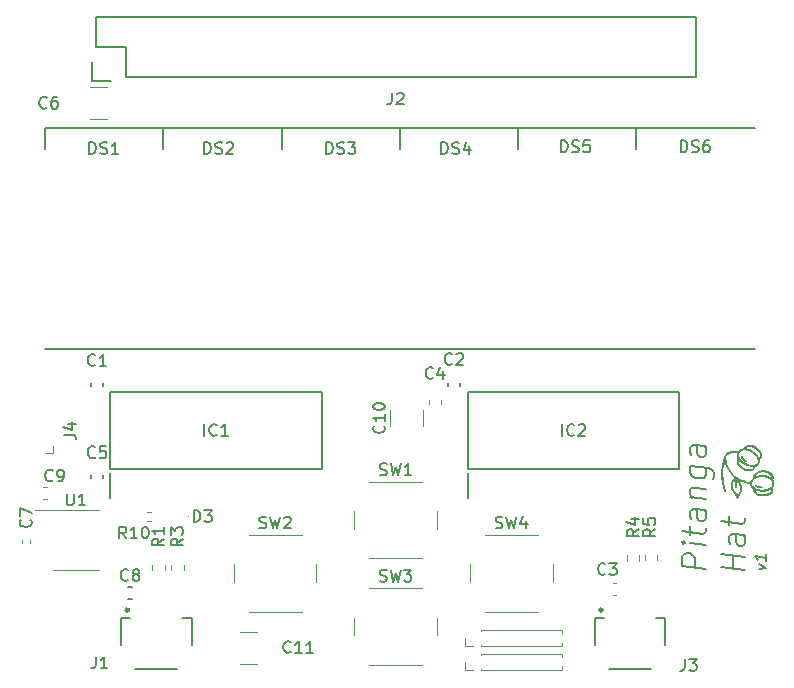
<source format=gto>
%TF.GenerationSoftware,KiCad,Pcbnew,7.0.8*%
%TF.CreationDate,2023-10-10T13:20:09+03:00*%
%TF.ProjectId,ltp_kikad,6c74705f-6b69-46b6-9164-2e6b69636164,rev?*%
%TF.SameCoordinates,Original*%
%TF.FileFunction,Legend,Top*%
%TF.FilePolarity,Positive*%
%FSLAX46Y46*%
G04 Gerber Fmt 4.6, Leading zero omitted, Abs format (unit mm)*
G04 Created by KiCad (PCBNEW 7.0.8) date 2023-10-10 13:20:09*
%MOMM*%
%LPD*%
G01*
G04 APERTURE LIST*
%ADD10C,0.150000*%
%ADD11C,0.120000*%
%ADD12C,0.127000*%
%ADD13C,0.300000*%
%ADD14C,0.100000*%
G04 APERTURE END LIST*
D10*
X177734438Y-100737030D02*
X175734438Y-100487030D01*
X175734438Y-100487030D02*
X175734438Y-99725125D01*
X175734438Y-99725125D02*
X175829676Y-99546554D01*
X175829676Y-99546554D02*
X175924914Y-99463220D01*
X175924914Y-99463220D02*
X176115390Y-99391792D01*
X176115390Y-99391792D02*
X176401104Y-99427506D01*
X176401104Y-99427506D02*
X176591580Y-99546554D01*
X176591580Y-99546554D02*
X176686819Y-99653696D01*
X176686819Y-99653696D02*
X176782057Y-99856077D01*
X176782057Y-99856077D02*
X176782057Y-100617982D01*
X177734438Y-98737030D02*
X176401104Y-98570363D01*
X175734438Y-98487030D02*
X175829676Y-98594173D01*
X175829676Y-98594173D02*
X175924914Y-98510839D01*
X175924914Y-98510839D02*
X175829676Y-98403696D01*
X175829676Y-98403696D02*
X175734438Y-98487030D01*
X175734438Y-98487030D02*
X175924914Y-98510839D01*
X176401104Y-97903696D02*
X176401104Y-97141792D01*
X175734438Y-97534649D02*
X177448723Y-97748935D01*
X177448723Y-97748935D02*
X177639200Y-97677506D01*
X177639200Y-97677506D02*
X177734438Y-97498935D01*
X177734438Y-97498935D02*
X177734438Y-97308458D01*
X177734438Y-95784649D02*
X176686819Y-95653697D01*
X176686819Y-95653697D02*
X176496342Y-95725125D01*
X176496342Y-95725125D02*
X176401104Y-95903697D01*
X176401104Y-95903697D02*
X176401104Y-96284649D01*
X176401104Y-96284649D02*
X176496342Y-96487030D01*
X177639200Y-95772744D02*
X177734438Y-95975125D01*
X177734438Y-95975125D02*
X177734438Y-96451316D01*
X177734438Y-96451316D02*
X177639200Y-96629887D01*
X177639200Y-96629887D02*
X177448723Y-96701316D01*
X177448723Y-96701316D02*
X177258247Y-96677506D01*
X177258247Y-96677506D02*
X177067771Y-96558458D01*
X177067771Y-96558458D02*
X176972533Y-96356078D01*
X176972533Y-96356078D02*
X176972533Y-95879887D01*
X176972533Y-95879887D02*
X176877295Y-95677506D01*
X176401104Y-94665601D02*
X177734438Y-94832268D01*
X176591580Y-94689411D02*
X176496342Y-94582268D01*
X176496342Y-94582268D02*
X176401104Y-94379887D01*
X176401104Y-94379887D02*
X176401104Y-94094173D01*
X176401104Y-94094173D02*
X176496342Y-93915601D01*
X176496342Y-93915601D02*
X176686819Y-93844173D01*
X176686819Y-93844173D02*
X177734438Y-93975125D01*
X176401104Y-91998934D02*
X178020152Y-92201315D01*
X178020152Y-92201315D02*
X178210628Y-92320363D01*
X178210628Y-92320363D02*
X178305866Y-92427506D01*
X178305866Y-92427506D02*
X178401104Y-92629887D01*
X178401104Y-92629887D02*
X178401104Y-92915601D01*
X178401104Y-92915601D02*
X178305866Y-93094172D01*
X177639200Y-92153696D02*
X177734438Y-92356077D01*
X177734438Y-92356077D02*
X177734438Y-92737030D01*
X177734438Y-92737030D02*
X177639200Y-92915601D01*
X177639200Y-92915601D02*
X177543961Y-92998934D01*
X177543961Y-92998934D02*
X177353485Y-93070363D01*
X177353485Y-93070363D02*
X176782057Y-92998934D01*
X176782057Y-92998934D02*
X176591580Y-92879887D01*
X176591580Y-92879887D02*
X176496342Y-92772744D01*
X176496342Y-92772744D02*
X176401104Y-92570363D01*
X176401104Y-92570363D02*
X176401104Y-92189410D01*
X176401104Y-92189410D02*
X176496342Y-92010839D01*
X177734438Y-90356077D02*
X176686819Y-90225125D01*
X176686819Y-90225125D02*
X176496342Y-90296553D01*
X176496342Y-90296553D02*
X176401104Y-90475125D01*
X176401104Y-90475125D02*
X176401104Y-90856077D01*
X176401104Y-90856077D02*
X176496342Y-91058458D01*
X177639200Y-90344172D02*
X177734438Y-90546553D01*
X177734438Y-90546553D02*
X177734438Y-91022744D01*
X177734438Y-91022744D02*
X177639200Y-91201315D01*
X177639200Y-91201315D02*
X177448723Y-91272744D01*
X177448723Y-91272744D02*
X177258247Y-91248934D01*
X177258247Y-91248934D02*
X177067771Y-91129886D01*
X177067771Y-91129886D02*
X176972533Y-90927506D01*
X176972533Y-90927506D02*
X176972533Y-90451315D01*
X176972533Y-90451315D02*
X176877295Y-90248934D01*
X181034438Y-100837030D02*
X179034438Y-100587030D01*
X179986819Y-100706077D02*
X179986819Y-99563220D01*
X181034438Y-99694173D02*
X179034438Y-99444173D01*
X181034438Y-97884649D02*
X179986819Y-97753697D01*
X179986819Y-97753697D02*
X179796342Y-97825125D01*
X179796342Y-97825125D02*
X179701104Y-98003697D01*
X179701104Y-98003697D02*
X179701104Y-98384649D01*
X179701104Y-98384649D02*
X179796342Y-98587030D01*
X180939200Y-97872744D02*
X181034438Y-98075125D01*
X181034438Y-98075125D02*
X181034438Y-98551316D01*
X181034438Y-98551316D02*
X180939200Y-98729887D01*
X180939200Y-98729887D02*
X180748723Y-98801316D01*
X180748723Y-98801316D02*
X180558247Y-98777506D01*
X180558247Y-98777506D02*
X180367771Y-98658458D01*
X180367771Y-98658458D02*
X180272533Y-98456078D01*
X180272533Y-98456078D02*
X180272533Y-97979887D01*
X180272533Y-97979887D02*
X180177295Y-97777506D01*
X179701104Y-97051315D02*
X179701104Y-96289411D01*
X179034438Y-96682268D02*
X180748723Y-96896554D01*
X180748723Y-96896554D02*
X180939200Y-96825125D01*
X180939200Y-96825125D02*
X181034438Y-96646554D01*
X181034438Y-96646554D02*
X181034438Y-96456077D01*
X182190152Y-100781077D02*
X182856819Y-100626316D01*
X182856819Y-100626316D02*
X182190152Y-100304887D01*
X182856819Y-99483458D02*
X182856819Y-100054887D01*
X182856819Y-99769172D02*
X181856819Y-99644172D01*
X181856819Y-99644172D02*
X181999676Y-99757268D01*
X181999676Y-99757268D02*
X182094914Y-99864411D01*
X182094914Y-99864411D02*
X182142533Y-99965601D01*
X175581814Y-65453819D02*
X175581814Y-64453819D01*
X175581814Y-64453819D02*
X175819909Y-64453819D01*
X175819909Y-64453819D02*
X175962766Y-64501438D01*
X175962766Y-64501438D02*
X176058004Y-64596676D01*
X176058004Y-64596676D02*
X176105623Y-64691914D01*
X176105623Y-64691914D02*
X176153242Y-64882390D01*
X176153242Y-64882390D02*
X176153242Y-65025247D01*
X176153242Y-65025247D02*
X176105623Y-65215723D01*
X176105623Y-65215723D02*
X176058004Y-65310961D01*
X176058004Y-65310961D02*
X175962766Y-65406200D01*
X175962766Y-65406200D02*
X175819909Y-65453819D01*
X175819909Y-65453819D02*
X175581814Y-65453819D01*
X176534195Y-65406200D02*
X176677052Y-65453819D01*
X176677052Y-65453819D02*
X176915147Y-65453819D01*
X176915147Y-65453819D02*
X177010385Y-65406200D01*
X177010385Y-65406200D02*
X177058004Y-65358580D01*
X177058004Y-65358580D02*
X177105623Y-65263342D01*
X177105623Y-65263342D02*
X177105623Y-65168104D01*
X177105623Y-65168104D02*
X177058004Y-65072866D01*
X177058004Y-65072866D02*
X177010385Y-65025247D01*
X177010385Y-65025247D02*
X176915147Y-64977628D01*
X176915147Y-64977628D02*
X176724671Y-64930009D01*
X176724671Y-64930009D02*
X176629433Y-64882390D01*
X176629433Y-64882390D02*
X176581814Y-64834771D01*
X176581814Y-64834771D02*
X176534195Y-64739533D01*
X176534195Y-64739533D02*
X176534195Y-64644295D01*
X176534195Y-64644295D02*
X176581814Y-64549057D01*
X176581814Y-64549057D02*
X176629433Y-64501438D01*
X176629433Y-64501438D02*
X176724671Y-64453819D01*
X176724671Y-64453819D02*
X176962766Y-64453819D01*
X176962766Y-64453819D02*
X177105623Y-64501438D01*
X177962766Y-64453819D02*
X177772290Y-64453819D01*
X177772290Y-64453819D02*
X177677052Y-64501438D01*
X177677052Y-64501438D02*
X177629433Y-64549057D01*
X177629433Y-64549057D02*
X177534195Y-64691914D01*
X177534195Y-64691914D02*
X177486576Y-64882390D01*
X177486576Y-64882390D02*
X177486576Y-65263342D01*
X177486576Y-65263342D02*
X177534195Y-65358580D01*
X177534195Y-65358580D02*
X177581814Y-65406200D01*
X177581814Y-65406200D02*
X177677052Y-65453819D01*
X177677052Y-65453819D02*
X177867528Y-65453819D01*
X177867528Y-65453819D02*
X177962766Y-65406200D01*
X177962766Y-65406200D02*
X178010385Y-65358580D01*
X178010385Y-65358580D02*
X178058004Y-65263342D01*
X178058004Y-65263342D02*
X178058004Y-65025247D01*
X178058004Y-65025247D02*
X178010385Y-64930009D01*
X178010385Y-64930009D02*
X177962766Y-64882390D01*
X177962766Y-64882390D02*
X177867528Y-64834771D01*
X177867528Y-64834771D02*
X177677052Y-64834771D01*
X177677052Y-64834771D02*
X177581814Y-64882390D01*
X177581814Y-64882390D02*
X177534195Y-64930009D01*
X177534195Y-64930009D02*
X177486576Y-65025247D01*
X145585814Y-65604419D02*
X145585814Y-64604419D01*
X145585814Y-64604419D02*
X145823909Y-64604419D01*
X145823909Y-64604419D02*
X145966766Y-64652038D01*
X145966766Y-64652038D02*
X146062004Y-64747276D01*
X146062004Y-64747276D02*
X146109623Y-64842514D01*
X146109623Y-64842514D02*
X146157242Y-65032990D01*
X146157242Y-65032990D02*
X146157242Y-65175847D01*
X146157242Y-65175847D02*
X146109623Y-65366323D01*
X146109623Y-65366323D02*
X146062004Y-65461561D01*
X146062004Y-65461561D02*
X145966766Y-65556800D01*
X145966766Y-65556800D02*
X145823909Y-65604419D01*
X145823909Y-65604419D02*
X145585814Y-65604419D01*
X146538195Y-65556800D02*
X146681052Y-65604419D01*
X146681052Y-65604419D02*
X146919147Y-65604419D01*
X146919147Y-65604419D02*
X147014385Y-65556800D01*
X147014385Y-65556800D02*
X147062004Y-65509180D01*
X147062004Y-65509180D02*
X147109623Y-65413942D01*
X147109623Y-65413942D02*
X147109623Y-65318704D01*
X147109623Y-65318704D02*
X147062004Y-65223466D01*
X147062004Y-65223466D02*
X147014385Y-65175847D01*
X147014385Y-65175847D02*
X146919147Y-65128228D01*
X146919147Y-65128228D02*
X146728671Y-65080609D01*
X146728671Y-65080609D02*
X146633433Y-65032990D01*
X146633433Y-65032990D02*
X146585814Y-64985371D01*
X146585814Y-64985371D02*
X146538195Y-64890133D01*
X146538195Y-64890133D02*
X146538195Y-64794895D01*
X146538195Y-64794895D02*
X146585814Y-64699657D01*
X146585814Y-64699657D02*
X146633433Y-64652038D01*
X146633433Y-64652038D02*
X146728671Y-64604419D01*
X146728671Y-64604419D02*
X146966766Y-64604419D01*
X146966766Y-64604419D02*
X147109623Y-64652038D01*
X147442957Y-64604419D02*
X148062004Y-64604419D01*
X148062004Y-64604419D02*
X147728671Y-64985371D01*
X147728671Y-64985371D02*
X147871528Y-64985371D01*
X147871528Y-64985371D02*
X147966766Y-65032990D01*
X147966766Y-65032990D02*
X148014385Y-65080609D01*
X148014385Y-65080609D02*
X148062004Y-65175847D01*
X148062004Y-65175847D02*
X148062004Y-65413942D01*
X148062004Y-65413942D02*
X148014385Y-65509180D01*
X148014385Y-65509180D02*
X147966766Y-65556800D01*
X147966766Y-65556800D02*
X147871528Y-65604419D01*
X147871528Y-65604419D02*
X147585814Y-65604419D01*
X147585814Y-65604419D02*
X147490576Y-65556800D01*
X147490576Y-65556800D02*
X147442957Y-65509180D01*
X169220333Y-101159580D02*
X169172714Y-101207200D01*
X169172714Y-101207200D02*
X169029857Y-101254819D01*
X169029857Y-101254819D02*
X168934619Y-101254819D01*
X168934619Y-101254819D02*
X168791762Y-101207200D01*
X168791762Y-101207200D02*
X168696524Y-101111961D01*
X168696524Y-101111961D02*
X168648905Y-101016723D01*
X168648905Y-101016723D02*
X168601286Y-100826247D01*
X168601286Y-100826247D02*
X168601286Y-100683390D01*
X168601286Y-100683390D02*
X168648905Y-100492914D01*
X168648905Y-100492914D02*
X168696524Y-100397676D01*
X168696524Y-100397676D02*
X168791762Y-100302438D01*
X168791762Y-100302438D02*
X168934619Y-100254819D01*
X168934619Y-100254819D02*
X169029857Y-100254819D01*
X169029857Y-100254819D02*
X169172714Y-100302438D01*
X169172714Y-100302438D02*
X169220333Y-100350057D01*
X169553667Y-100254819D02*
X170172714Y-100254819D01*
X170172714Y-100254819D02*
X169839381Y-100635771D01*
X169839381Y-100635771D02*
X169982238Y-100635771D01*
X169982238Y-100635771D02*
X170077476Y-100683390D01*
X170077476Y-100683390D02*
X170125095Y-100731009D01*
X170125095Y-100731009D02*
X170172714Y-100826247D01*
X170172714Y-100826247D02*
X170172714Y-101064342D01*
X170172714Y-101064342D02*
X170125095Y-101159580D01*
X170125095Y-101159580D02*
X170077476Y-101207200D01*
X170077476Y-101207200D02*
X169982238Y-101254819D01*
X169982238Y-101254819D02*
X169696524Y-101254819D01*
X169696524Y-101254819D02*
X169601286Y-101207200D01*
X169601286Y-101207200D02*
X169553667Y-101159580D01*
X126053666Y-108154819D02*
X126053666Y-108869104D01*
X126053666Y-108869104D02*
X126006047Y-109011961D01*
X126006047Y-109011961D02*
X125910809Y-109107200D01*
X125910809Y-109107200D02*
X125767952Y-109154819D01*
X125767952Y-109154819D02*
X125672714Y-109154819D01*
X127053666Y-109154819D02*
X126482238Y-109154819D01*
X126767952Y-109154819D02*
X126767952Y-108154819D01*
X126767952Y-108154819D02*
X126672714Y-108297676D01*
X126672714Y-108297676D02*
X126577476Y-108392914D01*
X126577476Y-108392914D02*
X126482238Y-108440533D01*
X131841819Y-98166666D02*
X131365628Y-98499999D01*
X131841819Y-98738094D02*
X130841819Y-98738094D01*
X130841819Y-98738094D02*
X130841819Y-98357142D01*
X130841819Y-98357142D02*
X130889438Y-98261904D01*
X130889438Y-98261904D02*
X130937057Y-98214285D01*
X130937057Y-98214285D02*
X131032295Y-98166666D01*
X131032295Y-98166666D02*
X131175152Y-98166666D01*
X131175152Y-98166666D02*
X131270390Y-98214285D01*
X131270390Y-98214285D02*
X131318009Y-98261904D01*
X131318009Y-98261904D02*
X131365628Y-98357142D01*
X131365628Y-98357142D02*
X131365628Y-98738094D01*
X131841819Y-97214285D02*
X131841819Y-97785713D01*
X131841819Y-97499999D02*
X130841819Y-97499999D01*
X130841819Y-97499999D02*
X130984676Y-97595237D01*
X130984676Y-97595237D02*
X131079914Y-97690475D01*
X131079914Y-97690475D02*
X131127533Y-97785713D01*
X172041819Y-97366666D02*
X171565628Y-97699999D01*
X172041819Y-97938094D02*
X171041819Y-97938094D01*
X171041819Y-97938094D02*
X171041819Y-97557142D01*
X171041819Y-97557142D02*
X171089438Y-97461904D01*
X171089438Y-97461904D02*
X171137057Y-97414285D01*
X171137057Y-97414285D02*
X171232295Y-97366666D01*
X171232295Y-97366666D02*
X171375152Y-97366666D01*
X171375152Y-97366666D02*
X171470390Y-97414285D01*
X171470390Y-97414285D02*
X171518009Y-97461904D01*
X171518009Y-97461904D02*
X171565628Y-97557142D01*
X171565628Y-97557142D02*
X171565628Y-97938094D01*
X171375152Y-96509523D02*
X172041819Y-96509523D01*
X170994200Y-96747618D02*
X171708485Y-96985713D01*
X171708485Y-96985713D02*
X171708485Y-96366666D01*
X126020333Y-91259580D02*
X125972714Y-91307200D01*
X125972714Y-91307200D02*
X125829857Y-91354819D01*
X125829857Y-91354819D02*
X125734619Y-91354819D01*
X125734619Y-91354819D02*
X125591762Y-91307200D01*
X125591762Y-91307200D02*
X125496524Y-91211961D01*
X125496524Y-91211961D02*
X125448905Y-91116723D01*
X125448905Y-91116723D02*
X125401286Y-90926247D01*
X125401286Y-90926247D02*
X125401286Y-90783390D01*
X125401286Y-90783390D02*
X125448905Y-90592914D01*
X125448905Y-90592914D02*
X125496524Y-90497676D01*
X125496524Y-90497676D02*
X125591762Y-90402438D01*
X125591762Y-90402438D02*
X125734619Y-90354819D01*
X125734619Y-90354819D02*
X125829857Y-90354819D01*
X125829857Y-90354819D02*
X125972714Y-90402438D01*
X125972714Y-90402438D02*
X126020333Y-90450057D01*
X126925095Y-90354819D02*
X126448905Y-90354819D01*
X126448905Y-90354819D02*
X126401286Y-90831009D01*
X126401286Y-90831009D02*
X126448905Y-90783390D01*
X126448905Y-90783390D02*
X126544143Y-90735771D01*
X126544143Y-90735771D02*
X126782238Y-90735771D01*
X126782238Y-90735771D02*
X126877476Y-90783390D01*
X126877476Y-90783390D02*
X126925095Y-90831009D01*
X126925095Y-90831009D02*
X126972714Y-90926247D01*
X126972714Y-90926247D02*
X126972714Y-91164342D01*
X126972714Y-91164342D02*
X126925095Y-91259580D01*
X126925095Y-91259580D02*
X126877476Y-91307200D01*
X126877476Y-91307200D02*
X126782238Y-91354819D01*
X126782238Y-91354819D02*
X126544143Y-91354819D01*
X126544143Y-91354819D02*
X126448905Y-91307200D01*
X126448905Y-91307200D02*
X126401286Y-91259580D01*
X128644142Y-98154819D02*
X128310809Y-97678628D01*
X128072714Y-98154819D02*
X128072714Y-97154819D01*
X128072714Y-97154819D02*
X128453666Y-97154819D01*
X128453666Y-97154819D02*
X128548904Y-97202438D01*
X128548904Y-97202438D02*
X128596523Y-97250057D01*
X128596523Y-97250057D02*
X128644142Y-97345295D01*
X128644142Y-97345295D02*
X128644142Y-97488152D01*
X128644142Y-97488152D02*
X128596523Y-97583390D01*
X128596523Y-97583390D02*
X128548904Y-97631009D01*
X128548904Y-97631009D02*
X128453666Y-97678628D01*
X128453666Y-97678628D02*
X128072714Y-97678628D01*
X129596523Y-98154819D02*
X129025095Y-98154819D01*
X129310809Y-98154819D02*
X129310809Y-97154819D01*
X129310809Y-97154819D02*
X129215571Y-97297676D01*
X129215571Y-97297676D02*
X129120333Y-97392914D01*
X129120333Y-97392914D02*
X129025095Y-97440533D01*
X130215571Y-97154819D02*
X130310809Y-97154819D01*
X130310809Y-97154819D02*
X130406047Y-97202438D01*
X130406047Y-97202438D02*
X130453666Y-97250057D01*
X130453666Y-97250057D02*
X130501285Y-97345295D01*
X130501285Y-97345295D02*
X130548904Y-97535771D01*
X130548904Y-97535771D02*
X130548904Y-97773866D01*
X130548904Y-97773866D02*
X130501285Y-97964342D01*
X130501285Y-97964342D02*
X130453666Y-98059580D01*
X130453666Y-98059580D02*
X130406047Y-98107200D01*
X130406047Y-98107200D02*
X130310809Y-98154819D01*
X130310809Y-98154819D02*
X130215571Y-98154819D01*
X130215571Y-98154819D02*
X130120333Y-98107200D01*
X130120333Y-98107200D02*
X130072714Y-98059580D01*
X130072714Y-98059580D02*
X130025095Y-97964342D01*
X130025095Y-97964342D02*
X129977476Y-97773866D01*
X129977476Y-97773866D02*
X129977476Y-97535771D01*
X129977476Y-97535771D02*
X130025095Y-97345295D01*
X130025095Y-97345295D02*
X130072714Y-97250057D01*
X130072714Y-97250057D02*
X130120333Y-97202438D01*
X130120333Y-97202438D02*
X130215571Y-97154819D01*
X135267710Y-89466419D02*
X135267710Y-88466419D01*
X136315328Y-89371180D02*
X136267709Y-89418800D01*
X136267709Y-89418800D02*
X136124852Y-89466419D01*
X136124852Y-89466419D02*
X136029614Y-89466419D01*
X136029614Y-89466419D02*
X135886757Y-89418800D01*
X135886757Y-89418800D02*
X135791519Y-89323561D01*
X135791519Y-89323561D02*
X135743900Y-89228323D01*
X135743900Y-89228323D02*
X135696281Y-89037847D01*
X135696281Y-89037847D02*
X135696281Y-88894990D01*
X135696281Y-88894990D02*
X135743900Y-88704514D01*
X135743900Y-88704514D02*
X135791519Y-88609276D01*
X135791519Y-88609276D02*
X135886757Y-88514038D01*
X135886757Y-88514038D02*
X136029614Y-88466419D01*
X136029614Y-88466419D02*
X136124852Y-88466419D01*
X136124852Y-88466419D02*
X136267709Y-88514038D01*
X136267709Y-88514038D02*
X136315328Y-88561657D01*
X137267709Y-89466419D02*
X136696281Y-89466419D01*
X136981995Y-89466419D02*
X136981995Y-88466419D01*
X136981995Y-88466419D02*
X136886757Y-88609276D01*
X136886757Y-88609276D02*
X136791519Y-88704514D01*
X136791519Y-88704514D02*
X136696281Y-88752133D01*
X156220333Y-83359580D02*
X156172714Y-83407200D01*
X156172714Y-83407200D02*
X156029857Y-83454819D01*
X156029857Y-83454819D02*
X155934619Y-83454819D01*
X155934619Y-83454819D02*
X155791762Y-83407200D01*
X155791762Y-83407200D02*
X155696524Y-83311961D01*
X155696524Y-83311961D02*
X155648905Y-83216723D01*
X155648905Y-83216723D02*
X155601286Y-83026247D01*
X155601286Y-83026247D02*
X155601286Y-82883390D01*
X155601286Y-82883390D02*
X155648905Y-82692914D01*
X155648905Y-82692914D02*
X155696524Y-82597676D01*
X155696524Y-82597676D02*
X155791762Y-82502438D01*
X155791762Y-82502438D02*
X155934619Y-82454819D01*
X155934619Y-82454819D02*
X156029857Y-82454819D01*
X156029857Y-82454819D02*
X156172714Y-82502438D01*
X156172714Y-82502438D02*
X156220333Y-82550057D01*
X156601286Y-82550057D02*
X156648905Y-82502438D01*
X156648905Y-82502438D02*
X156744143Y-82454819D01*
X156744143Y-82454819D02*
X156982238Y-82454819D01*
X156982238Y-82454819D02*
X157077476Y-82502438D01*
X157077476Y-82502438D02*
X157125095Y-82550057D01*
X157125095Y-82550057D02*
X157172714Y-82645295D01*
X157172714Y-82645295D02*
X157172714Y-82740533D01*
X157172714Y-82740533D02*
X157125095Y-82883390D01*
X157125095Y-82883390D02*
X156553667Y-83454819D01*
X156553667Y-83454819D02*
X157172714Y-83454819D01*
X159928667Y-97257200D02*
X160071524Y-97304819D01*
X160071524Y-97304819D02*
X160309619Y-97304819D01*
X160309619Y-97304819D02*
X160404857Y-97257200D01*
X160404857Y-97257200D02*
X160452476Y-97209580D01*
X160452476Y-97209580D02*
X160500095Y-97114342D01*
X160500095Y-97114342D02*
X160500095Y-97019104D01*
X160500095Y-97019104D02*
X160452476Y-96923866D01*
X160452476Y-96923866D02*
X160404857Y-96876247D01*
X160404857Y-96876247D02*
X160309619Y-96828628D01*
X160309619Y-96828628D02*
X160119143Y-96781009D01*
X160119143Y-96781009D02*
X160023905Y-96733390D01*
X160023905Y-96733390D02*
X159976286Y-96685771D01*
X159976286Y-96685771D02*
X159928667Y-96590533D01*
X159928667Y-96590533D02*
X159928667Y-96495295D01*
X159928667Y-96495295D02*
X159976286Y-96400057D01*
X159976286Y-96400057D02*
X160023905Y-96352438D01*
X160023905Y-96352438D02*
X160119143Y-96304819D01*
X160119143Y-96304819D02*
X160357238Y-96304819D01*
X160357238Y-96304819D02*
X160500095Y-96352438D01*
X160833429Y-96304819D02*
X161071524Y-97304819D01*
X161071524Y-97304819D02*
X161262000Y-96590533D01*
X161262000Y-96590533D02*
X161452476Y-97304819D01*
X161452476Y-97304819D02*
X161690572Y-96304819D01*
X162500095Y-96638152D02*
X162500095Y-97304819D01*
X162262000Y-96257200D02*
X162023905Y-96971485D01*
X162023905Y-96971485D02*
X162642952Y-96971485D01*
X133441819Y-98166666D02*
X132965628Y-98499999D01*
X133441819Y-98738094D02*
X132441819Y-98738094D01*
X132441819Y-98738094D02*
X132441819Y-98357142D01*
X132441819Y-98357142D02*
X132489438Y-98261904D01*
X132489438Y-98261904D02*
X132537057Y-98214285D01*
X132537057Y-98214285D02*
X132632295Y-98166666D01*
X132632295Y-98166666D02*
X132775152Y-98166666D01*
X132775152Y-98166666D02*
X132870390Y-98214285D01*
X132870390Y-98214285D02*
X132918009Y-98261904D01*
X132918009Y-98261904D02*
X132965628Y-98357142D01*
X132965628Y-98357142D02*
X132965628Y-98738094D01*
X132441819Y-97833332D02*
X132441819Y-97214285D01*
X132441819Y-97214285D02*
X132822771Y-97547618D01*
X132822771Y-97547618D02*
X132822771Y-97404761D01*
X132822771Y-97404761D02*
X132870390Y-97309523D01*
X132870390Y-97309523D02*
X132918009Y-97261904D01*
X132918009Y-97261904D02*
X133013247Y-97214285D01*
X133013247Y-97214285D02*
X133251342Y-97214285D01*
X133251342Y-97214285D02*
X133346580Y-97261904D01*
X133346580Y-97261904D02*
X133394200Y-97309523D01*
X133394200Y-97309523D02*
X133441819Y-97404761D01*
X133441819Y-97404761D02*
X133441819Y-97690475D01*
X133441819Y-97690475D02*
X133394200Y-97785713D01*
X133394200Y-97785713D02*
X133346580Y-97833332D01*
X123625095Y-94354819D02*
X123625095Y-95164342D01*
X123625095Y-95164342D02*
X123672714Y-95259580D01*
X123672714Y-95259580D02*
X123720333Y-95307200D01*
X123720333Y-95307200D02*
X123815571Y-95354819D01*
X123815571Y-95354819D02*
X124006047Y-95354819D01*
X124006047Y-95354819D02*
X124101285Y-95307200D01*
X124101285Y-95307200D02*
X124148904Y-95259580D01*
X124148904Y-95259580D02*
X124196523Y-95164342D01*
X124196523Y-95164342D02*
X124196523Y-94354819D01*
X125196523Y-95354819D02*
X124625095Y-95354819D01*
X124910809Y-95354819D02*
X124910809Y-94354819D01*
X124910809Y-94354819D02*
X124815571Y-94497676D01*
X124815571Y-94497676D02*
X124720333Y-94592914D01*
X124720333Y-94592914D02*
X124625095Y-94640533D01*
X120546580Y-96566666D02*
X120594200Y-96614285D01*
X120594200Y-96614285D02*
X120641819Y-96757142D01*
X120641819Y-96757142D02*
X120641819Y-96852380D01*
X120641819Y-96852380D02*
X120594200Y-96995237D01*
X120594200Y-96995237D02*
X120498961Y-97090475D01*
X120498961Y-97090475D02*
X120403723Y-97138094D01*
X120403723Y-97138094D02*
X120213247Y-97185713D01*
X120213247Y-97185713D02*
X120070390Y-97185713D01*
X120070390Y-97185713D02*
X119879914Y-97138094D01*
X119879914Y-97138094D02*
X119784676Y-97090475D01*
X119784676Y-97090475D02*
X119689438Y-96995237D01*
X119689438Y-96995237D02*
X119641819Y-96852380D01*
X119641819Y-96852380D02*
X119641819Y-96757142D01*
X119641819Y-96757142D02*
X119689438Y-96614285D01*
X119689438Y-96614285D02*
X119737057Y-96566666D01*
X119641819Y-96233332D02*
X119641819Y-95566666D01*
X119641819Y-95566666D02*
X120641819Y-95995237D01*
X165449814Y-65456219D02*
X165449814Y-64456219D01*
X165449814Y-64456219D02*
X165687909Y-64456219D01*
X165687909Y-64456219D02*
X165830766Y-64503838D01*
X165830766Y-64503838D02*
X165926004Y-64599076D01*
X165926004Y-64599076D02*
X165973623Y-64694314D01*
X165973623Y-64694314D02*
X166021242Y-64884790D01*
X166021242Y-64884790D02*
X166021242Y-65027647D01*
X166021242Y-65027647D02*
X165973623Y-65218123D01*
X165973623Y-65218123D02*
X165926004Y-65313361D01*
X165926004Y-65313361D02*
X165830766Y-65408600D01*
X165830766Y-65408600D02*
X165687909Y-65456219D01*
X165687909Y-65456219D02*
X165449814Y-65456219D01*
X166402195Y-65408600D02*
X166545052Y-65456219D01*
X166545052Y-65456219D02*
X166783147Y-65456219D01*
X166783147Y-65456219D02*
X166878385Y-65408600D01*
X166878385Y-65408600D02*
X166926004Y-65360980D01*
X166926004Y-65360980D02*
X166973623Y-65265742D01*
X166973623Y-65265742D02*
X166973623Y-65170504D01*
X166973623Y-65170504D02*
X166926004Y-65075266D01*
X166926004Y-65075266D02*
X166878385Y-65027647D01*
X166878385Y-65027647D02*
X166783147Y-64980028D01*
X166783147Y-64980028D02*
X166592671Y-64932409D01*
X166592671Y-64932409D02*
X166497433Y-64884790D01*
X166497433Y-64884790D02*
X166449814Y-64837171D01*
X166449814Y-64837171D02*
X166402195Y-64741933D01*
X166402195Y-64741933D02*
X166402195Y-64646695D01*
X166402195Y-64646695D02*
X166449814Y-64551457D01*
X166449814Y-64551457D02*
X166497433Y-64503838D01*
X166497433Y-64503838D02*
X166592671Y-64456219D01*
X166592671Y-64456219D02*
X166830766Y-64456219D01*
X166830766Y-64456219D02*
X166973623Y-64503838D01*
X167878385Y-64456219D02*
X167402195Y-64456219D01*
X167402195Y-64456219D02*
X167354576Y-64932409D01*
X167354576Y-64932409D02*
X167402195Y-64884790D01*
X167402195Y-64884790D02*
X167497433Y-64837171D01*
X167497433Y-64837171D02*
X167735528Y-64837171D01*
X167735528Y-64837171D02*
X167830766Y-64884790D01*
X167830766Y-64884790D02*
X167878385Y-64932409D01*
X167878385Y-64932409D02*
X167926004Y-65027647D01*
X167926004Y-65027647D02*
X167926004Y-65265742D01*
X167926004Y-65265742D02*
X167878385Y-65360980D01*
X167878385Y-65360980D02*
X167830766Y-65408600D01*
X167830766Y-65408600D02*
X167735528Y-65456219D01*
X167735528Y-65456219D02*
X167497433Y-65456219D01*
X167497433Y-65456219D02*
X167402195Y-65408600D01*
X167402195Y-65408600D02*
X167354576Y-65360980D01*
X134348905Y-96754819D02*
X134348905Y-95754819D01*
X134348905Y-95754819D02*
X134587000Y-95754819D01*
X134587000Y-95754819D02*
X134729857Y-95802438D01*
X134729857Y-95802438D02*
X134825095Y-95897676D01*
X134825095Y-95897676D02*
X134872714Y-95992914D01*
X134872714Y-95992914D02*
X134920333Y-96183390D01*
X134920333Y-96183390D02*
X134920333Y-96326247D01*
X134920333Y-96326247D02*
X134872714Y-96516723D01*
X134872714Y-96516723D02*
X134825095Y-96611961D01*
X134825095Y-96611961D02*
X134729857Y-96707200D01*
X134729857Y-96707200D02*
X134587000Y-96754819D01*
X134587000Y-96754819D02*
X134348905Y-96754819D01*
X135253667Y-95754819D02*
X135872714Y-95754819D01*
X135872714Y-95754819D02*
X135539381Y-96135771D01*
X135539381Y-96135771D02*
X135682238Y-96135771D01*
X135682238Y-96135771D02*
X135777476Y-96183390D01*
X135777476Y-96183390D02*
X135825095Y-96231009D01*
X135825095Y-96231009D02*
X135872714Y-96326247D01*
X135872714Y-96326247D02*
X135872714Y-96564342D01*
X135872714Y-96564342D02*
X135825095Y-96659580D01*
X135825095Y-96659580D02*
X135777476Y-96707200D01*
X135777476Y-96707200D02*
X135682238Y-96754819D01*
X135682238Y-96754819D02*
X135396524Y-96754819D01*
X135396524Y-96754819D02*
X135301286Y-96707200D01*
X135301286Y-96707200D02*
X135253667Y-96659580D01*
X135253814Y-65604819D02*
X135253814Y-64604819D01*
X135253814Y-64604819D02*
X135491909Y-64604819D01*
X135491909Y-64604819D02*
X135634766Y-64652438D01*
X135634766Y-64652438D02*
X135730004Y-64747676D01*
X135730004Y-64747676D02*
X135777623Y-64842914D01*
X135777623Y-64842914D02*
X135825242Y-65033390D01*
X135825242Y-65033390D02*
X135825242Y-65176247D01*
X135825242Y-65176247D02*
X135777623Y-65366723D01*
X135777623Y-65366723D02*
X135730004Y-65461961D01*
X135730004Y-65461961D02*
X135634766Y-65557200D01*
X135634766Y-65557200D02*
X135491909Y-65604819D01*
X135491909Y-65604819D02*
X135253814Y-65604819D01*
X136206195Y-65557200D02*
X136349052Y-65604819D01*
X136349052Y-65604819D02*
X136587147Y-65604819D01*
X136587147Y-65604819D02*
X136682385Y-65557200D01*
X136682385Y-65557200D02*
X136730004Y-65509580D01*
X136730004Y-65509580D02*
X136777623Y-65414342D01*
X136777623Y-65414342D02*
X136777623Y-65319104D01*
X136777623Y-65319104D02*
X136730004Y-65223866D01*
X136730004Y-65223866D02*
X136682385Y-65176247D01*
X136682385Y-65176247D02*
X136587147Y-65128628D01*
X136587147Y-65128628D02*
X136396671Y-65081009D01*
X136396671Y-65081009D02*
X136301433Y-65033390D01*
X136301433Y-65033390D02*
X136253814Y-64985771D01*
X136253814Y-64985771D02*
X136206195Y-64890533D01*
X136206195Y-64890533D02*
X136206195Y-64795295D01*
X136206195Y-64795295D02*
X136253814Y-64700057D01*
X136253814Y-64700057D02*
X136301433Y-64652438D01*
X136301433Y-64652438D02*
X136396671Y-64604819D01*
X136396671Y-64604819D02*
X136634766Y-64604819D01*
X136634766Y-64604819D02*
X136777623Y-64652438D01*
X137158576Y-64700057D02*
X137206195Y-64652438D01*
X137206195Y-64652438D02*
X137301433Y-64604819D01*
X137301433Y-64604819D02*
X137539528Y-64604819D01*
X137539528Y-64604819D02*
X137634766Y-64652438D01*
X137634766Y-64652438D02*
X137682385Y-64700057D01*
X137682385Y-64700057D02*
X137730004Y-64795295D01*
X137730004Y-64795295D02*
X137730004Y-64890533D01*
X137730004Y-64890533D02*
X137682385Y-65033390D01*
X137682385Y-65033390D02*
X137110957Y-65604819D01*
X137110957Y-65604819D02*
X137730004Y-65604819D01*
X125521814Y-65604819D02*
X125521814Y-64604819D01*
X125521814Y-64604819D02*
X125759909Y-64604819D01*
X125759909Y-64604819D02*
X125902766Y-64652438D01*
X125902766Y-64652438D02*
X125998004Y-64747676D01*
X125998004Y-64747676D02*
X126045623Y-64842914D01*
X126045623Y-64842914D02*
X126093242Y-65033390D01*
X126093242Y-65033390D02*
X126093242Y-65176247D01*
X126093242Y-65176247D02*
X126045623Y-65366723D01*
X126045623Y-65366723D02*
X125998004Y-65461961D01*
X125998004Y-65461961D02*
X125902766Y-65557200D01*
X125902766Y-65557200D02*
X125759909Y-65604819D01*
X125759909Y-65604819D02*
X125521814Y-65604819D01*
X126474195Y-65557200D02*
X126617052Y-65604819D01*
X126617052Y-65604819D02*
X126855147Y-65604819D01*
X126855147Y-65604819D02*
X126950385Y-65557200D01*
X126950385Y-65557200D02*
X126998004Y-65509580D01*
X126998004Y-65509580D02*
X127045623Y-65414342D01*
X127045623Y-65414342D02*
X127045623Y-65319104D01*
X127045623Y-65319104D02*
X126998004Y-65223866D01*
X126998004Y-65223866D02*
X126950385Y-65176247D01*
X126950385Y-65176247D02*
X126855147Y-65128628D01*
X126855147Y-65128628D02*
X126664671Y-65081009D01*
X126664671Y-65081009D02*
X126569433Y-65033390D01*
X126569433Y-65033390D02*
X126521814Y-64985771D01*
X126521814Y-64985771D02*
X126474195Y-64890533D01*
X126474195Y-64890533D02*
X126474195Y-64795295D01*
X126474195Y-64795295D02*
X126521814Y-64700057D01*
X126521814Y-64700057D02*
X126569433Y-64652438D01*
X126569433Y-64652438D02*
X126664671Y-64604819D01*
X126664671Y-64604819D02*
X126902766Y-64604819D01*
X126902766Y-64604819D02*
X127045623Y-64652438D01*
X127998004Y-65604819D02*
X127426576Y-65604819D01*
X127712290Y-65604819D02*
X127712290Y-64604819D01*
X127712290Y-64604819D02*
X127617052Y-64747676D01*
X127617052Y-64747676D02*
X127521814Y-64842914D01*
X127521814Y-64842914D02*
X127426576Y-64890533D01*
X150128667Y-92757200D02*
X150271524Y-92804819D01*
X150271524Y-92804819D02*
X150509619Y-92804819D01*
X150509619Y-92804819D02*
X150604857Y-92757200D01*
X150604857Y-92757200D02*
X150652476Y-92709580D01*
X150652476Y-92709580D02*
X150700095Y-92614342D01*
X150700095Y-92614342D02*
X150700095Y-92519104D01*
X150700095Y-92519104D02*
X150652476Y-92423866D01*
X150652476Y-92423866D02*
X150604857Y-92376247D01*
X150604857Y-92376247D02*
X150509619Y-92328628D01*
X150509619Y-92328628D02*
X150319143Y-92281009D01*
X150319143Y-92281009D02*
X150223905Y-92233390D01*
X150223905Y-92233390D02*
X150176286Y-92185771D01*
X150176286Y-92185771D02*
X150128667Y-92090533D01*
X150128667Y-92090533D02*
X150128667Y-91995295D01*
X150128667Y-91995295D02*
X150176286Y-91900057D01*
X150176286Y-91900057D02*
X150223905Y-91852438D01*
X150223905Y-91852438D02*
X150319143Y-91804819D01*
X150319143Y-91804819D02*
X150557238Y-91804819D01*
X150557238Y-91804819D02*
X150700095Y-91852438D01*
X151033429Y-91804819D02*
X151271524Y-92804819D01*
X151271524Y-92804819D02*
X151462000Y-92090533D01*
X151462000Y-92090533D02*
X151652476Y-92804819D01*
X151652476Y-92804819D02*
X151890572Y-91804819D01*
X152795333Y-92804819D02*
X152223905Y-92804819D01*
X152509619Y-92804819D02*
X152509619Y-91804819D01*
X152509619Y-91804819D02*
X152414381Y-91947676D01*
X152414381Y-91947676D02*
X152319143Y-92042914D01*
X152319143Y-92042914D02*
X152223905Y-92090533D01*
X150446580Y-88605357D02*
X150494200Y-88652976D01*
X150494200Y-88652976D02*
X150541819Y-88795833D01*
X150541819Y-88795833D02*
X150541819Y-88891071D01*
X150541819Y-88891071D02*
X150494200Y-89033928D01*
X150494200Y-89033928D02*
X150398961Y-89129166D01*
X150398961Y-89129166D02*
X150303723Y-89176785D01*
X150303723Y-89176785D02*
X150113247Y-89224404D01*
X150113247Y-89224404D02*
X149970390Y-89224404D01*
X149970390Y-89224404D02*
X149779914Y-89176785D01*
X149779914Y-89176785D02*
X149684676Y-89129166D01*
X149684676Y-89129166D02*
X149589438Y-89033928D01*
X149589438Y-89033928D02*
X149541819Y-88891071D01*
X149541819Y-88891071D02*
X149541819Y-88795833D01*
X149541819Y-88795833D02*
X149589438Y-88652976D01*
X149589438Y-88652976D02*
X149637057Y-88605357D01*
X150541819Y-87652976D02*
X150541819Y-88224404D01*
X150541819Y-87938690D02*
X149541819Y-87938690D01*
X149541819Y-87938690D02*
X149684676Y-88033928D01*
X149684676Y-88033928D02*
X149779914Y-88129166D01*
X149779914Y-88129166D02*
X149827533Y-88224404D01*
X149541819Y-87033928D02*
X149541819Y-86938690D01*
X149541819Y-86938690D02*
X149589438Y-86843452D01*
X149589438Y-86843452D02*
X149637057Y-86795833D01*
X149637057Y-86795833D02*
X149732295Y-86748214D01*
X149732295Y-86748214D02*
X149922771Y-86700595D01*
X149922771Y-86700595D02*
X150160866Y-86700595D01*
X150160866Y-86700595D02*
X150351342Y-86748214D01*
X150351342Y-86748214D02*
X150446580Y-86795833D01*
X150446580Y-86795833D02*
X150494200Y-86843452D01*
X150494200Y-86843452D02*
X150541819Y-86938690D01*
X150541819Y-86938690D02*
X150541819Y-87033928D01*
X150541819Y-87033928D02*
X150494200Y-87129166D01*
X150494200Y-87129166D02*
X150446580Y-87176785D01*
X150446580Y-87176785D02*
X150351342Y-87224404D01*
X150351342Y-87224404D02*
X150160866Y-87272023D01*
X150160866Y-87272023D02*
X149922771Y-87272023D01*
X149922771Y-87272023D02*
X149732295Y-87224404D01*
X149732295Y-87224404D02*
X149637057Y-87176785D01*
X149637057Y-87176785D02*
X149589438Y-87129166D01*
X149589438Y-87129166D02*
X149541819Y-87033928D01*
X142581642Y-107759580D02*
X142534023Y-107807200D01*
X142534023Y-107807200D02*
X142391166Y-107854819D01*
X142391166Y-107854819D02*
X142295928Y-107854819D01*
X142295928Y-107854819D02*
X142153071Y-107807200D01*
X142153071Y-107807200D02*
X142057833Y-107711961D01*
X142057833Y-107711961D02*
X142010214Y-107616723D01*
X142010214Y-107616723D02*
X141962595Y-107426247D01*
X141962595Y-107426247D02*
X141962595Y-107283390D01*
X141962595Y-107283390D02*
X142010214Y-107092914D01*
X142010214Y-107092914D02*
X142057833Y-106997676D01*
X142057833Y-106997676D02*
X142153071Y-106902438D01*
X142153071Y-106902438D02*
X142295928Y-106854819D01*
X142295928Y-106854819D02*
X142391166Y-106854819D01*
X142391166Y-106854819D02*
X142534023Y-106902438D01*
X142534023Y-106902438D02*
X142581642Y-106950057D01*
X143534023Y-107854819D02*
X142962595Y-107854819D01*
X143248309Y-107854819D02*
X143248309Y-106854819D01*
X143248309Y-106854819D02*
X143153071Y-106997676D01*
X143153071Y-106997676D02*
X143057833Y-107092914D01*
X143057833Y-107092914D02*
X142962595Y-107140533D01*
X144486404Y-107854819D02*
X143914976Y-107854819D01*
X144200690Y-107854819D02*
X144200690Y-106854819D01*
X144200690Y-106854819D02*
X144105452Y-106997676D01*
X144105452Y-106997676D02*
X144010214Y-107092914D01*
X144010214Y-107092914D02*
X143914976Y-107140533D01*
X173441819Y-97366666D02*
X172965628Y-97699999D01*
X173441819Y-97938094D02*
X172441819Y-97938094D01*
X172441819Y-97938094D02*
X172441819Y-97557142D01*
X172441819Y-97557142D02*
X172489438Y-97461904D01*
X172489438Y-97461904D02*
X172537057Y-97414285D01*
X172537057Y-97414285D02*
X172632295Y-97366666D01*
X172632295Y-97366666D02*
X172775152Y-97366666D01*
X172775152Y-97366666D02*
X172870390Y-97414285D01*
X172870390Y-97414285D02*
X172918009Y-97461904D01*
X172918009Y-97461904D02*
X172965628Y-97557142D01*
X172965628Y-97557142D02*
X172965628Y-97938094D01*
X172441819Y-96461904D02*
X172441819Y-96938094D01*
X172441819Y-96938094D02*
X172918009Y-96985713D01*
X172918009Y-96985713D02*
X172870390Y-96938094D01*
X172870390Y-96938094D02*
X172822771Y-96842856D01*
X172822771Y-96842856D02*
X172822771Y-96604761D01*
X172822771Y-96604761D02*
X172870390Y-96509523D01*
X172870390Y-96509523D02*
X172918009Y-96461904D01*
X172918009Y-96461904D02*
X173013247Y-96414285D01*
X173013247Y-96414285D02*
X173251342Y-96414285D01*
X173251342Y-96414285D02*
X173346580Y-96461904D01*
X173346580Y-96461904D02*
X173394200Y-96509523D01*
X173394200Y-96509523D02*
X173441819Y-96604761D01*
X173441819Y-96604761D02*
X173441819Y-96842856D01*
X173441819Y-96842856D02*
X173394200Y-96938094D01*
X173394200Y-96938094D02*
X173346580Y-96985713D01*
X126020333Y-83459580D02*
X125972714Y-83507200D01*
X125972714Y-83507200D02*
X125829857Y-83554819D01*
X125829857Y-83554819D02*
X125734619Y-83554819D01*
X125734619Y-83554819D02*
X125591762Y-83507200D01*
X125591762Y-83507200D02*
X125496524Y-83411961D01*
X125496524Y-83411961D02*
X125448905Y-83316723D01*
X125448905Y-83316723D02*
X125401286Y-83126247D01*
X125401286Y-83126247D02*
X125401286Y-82983390D01*
X125401286Y-82983390D02*
X125448905Y-82792914D01*
X125448905Y-82792914D02*
X125496524Y-82697676D01*
X125496524Y-82697676D02*
X125591762Y-82602438D01*
X125591762Y-82602438D02*
X125734619Y-82554819D01*
X125734619Y-82554819D02*
X125829857Y-82554819D01*
X125829857Y-82554819D02*
X125972714Y-82602438D01*
X125972714Y-82602438D02*
X126020333Y-82650057D01*
X126972714Y-83554819D02*
X126401286Y-83554819D01*
X126687000Y-83554819D02*
X126687000Y-82554819D01*
X126687000Y-82554819D02*
X126591762Y-82697676D01*
X126591762Y-82697676D02*
X126496524Y-82792914D01*
X126496524Y-82792914D02*
X126401286Y-82840533D01*
X139928667Y-97257200D02*
X140071524Y-97304819D01*
X140071524Y-97304819D02*
X140309619Y-97304819D01*
X140309619Y-97304819D02*
X140404857Y-97257200D01*
X140404857Y-97257200D02*
X140452476Y-97209580D01*
X140452476Y-97209580D02*
X140500095Y-97114342D01*
X140500095Y-97114342D02*
X140500095Y-97019104D01*
X140500095Y-97019104D02*
X140452476Y-96923866D01*
X140452476Y-96923866D02*
X140404857Y-96876247D01*
X140404857Y-96876247D02*
X140309619Y-96828628D01*
X140309619Y-96828628D02*
X140119143Y-96781009D01*
X140119143Y-96781009D02*
X140023905Y-96733390D01*
X140023905Y-96733390D02*
X139976286Y-96685771D01*
X139976286Y-96685771D02*
X139928667Y-96590533D01*
X139928667Y-96590533D02*
X139928667Y-96495295D01*
X139928667Y-96495295D02*
X139976286Y-96400057D01*
X139976286Y-96400057D02*
X140023905Y-96352438D01*
X140023905Y-96352438D02*
X140119143Y-96304819D01*
X140119143Y-96304819D02*
X140357238Y-96304819D01*
X140357238Y-96304819D02*
X140500095Y-96352438D01*
X140833429Y-96304819D02*
X141071524Y-97304819D01*
X141071524Y-97304819D02*
X141262000Y-96590533D01*
X141262000Y-96590533D02*
X141452476Y-97304819D01*
X141452476Y-97304819D02*
X141690572Y-96304819D01*
X142023905Y-96400057D02*
X142071524Y-96352438D01*
X142071524Y-96352438D02*
X142166762Y-96304819D01*
X142166762Y-96304819D02*
X142404857Y-96304819D01*
X142404857Y-96304819D02*
X142500095Y-96352438D01*
X142500095Y-96352438D02*
X142547714Y-96400057D01*
X142547714Y-96400057D02*
X142595333Y-96495295D01*
X142595333Y-96495295D02*
X142595333Y-96590533D01*
X142595333Y-96590533D02*
X142547714Y-96733390D01*
X142547714Y-96733390D02*
X141976286Y-97304819D01*
X141976286Y-97304819D02*
X142595333Y-97304819D01*
X151153666Y-60404819D02*
X151153666Y-61119104D01*
X151153666Y-61119104D02*
X151106047Y-61261961D01*
X151106047Y-61261961D02*
X151010809Y-61357200D01*
X151010809Y-61357200D02*
X150867952Y-61404819D01*
X150867952Y-61404819D02*
X150772714Y-61404819D01*
X151582238Y-60500057D02*
X151629857Y-60452438D01*
X151629857Y-60452438D02*
X151725095Y-60404819D01*
X151725095Y-60404819D02*
X151963190Y-60404819D01*
X151963190Y-60404819D02*
X152058428Y-60452438D01*
X152058428Y-60452438D02*
X152106047Y-60500057D01*
X152106047Y-60500057D02*
X152153666Y-60595295D01*
X152153666Y-60595295D02*
X152153666Y-60690533D01*
X152153666Y-60690533D02*
X152106047Y-60833390D01*
X152106047Y-60833390D02*
X151534619Y-61404819D01*
X151534619Y-61404819D02*
X152153666Y-61404819D01*
X123357819Y-89363333D02*
X124072104Y-89363333D01*
X124072104Y-89363333D02*
X124214961Y-89410952D01*
X124214961Y-89410952D02*
X124310200Y-89506190D01*
X124310200Y-89506190D02*
X124357819Y-89649047D01*
X124357819Y-89649047D02*
X124357819Y-89744285D01*
X123691152Y-88458571D02*
X124357819Y-88458571D01*
X123310200Y-88696666D02*
X124024485Y-88934761D01*
X124024485Y-88934761D02*
X124024485Y-88315714D01*
X154620333Y-84559580D02*
X154572714Y-84607200D01*
X154572714Y-84607200D02*
X154429857Y-84654819D01*
X154429857Y-84654819D02*
X154334619Y-84654819D01*
X154334619Y-84654819D02*
X154191762Y-84607200D01*
X154191762Y-84607200D02*
X154096524Y-84511961D01*
X154096524Y-84511961D02*
X154048905Y-84416723D01*
X154048905Y-84416723D02*
X154001286Y-84226247D01*
X154001286Y-84226247D02*
X154001286Y-84083390D01*
X154001286Y-84083390D02*
X154048905Y-83892914D01*
X154048905Y-83892914D02*
X154096524Y-83797676D01*
X154096524Y-83797676D02*
X154191762Y-83702438D01*
X154191762Y-83702438D02*
X154334619Y-83654819D01*
X154334619Y-83654819D02*
X154429857Y-83654819D01*
X154429857Y-83654819D02*
X154572714Y-83702438D01*
X154572714Y-83702438D02*
X154620333Y-83750057D01*
X155477476Y-83988152D02*
X155477476Y-84654819D01*
X155239381Y-83607200D02*
X155001286Y-84321485D01*
X155001286Y-84321485D02*
X155620333Y-84321485D01*
X121920333Y-61659580D02*
X121872714Y-61707200D01*
X121872714Y-61707200D02*
X121729857Y-61754819D01*
X121729857Y-61754819D02*
X121634619Y-61754819D01*
X121634619Y-61754819D02*
X121491762Y-61707200D01*
X121491762Y-61707200D02*
X121396524Y-61611961D01*
X121396524Y-61611961D02*
X121348905Y-61516723D01*
X121348905Y-61516723D02*
X121301286Y-61326247D01*
X121301286Y-61326247D02*
X121301286Y-61183390D01*
X121301286Y-61183390D02*
X121348905Y-60992914D01*
X121348905Y-60992914D02*
X121396524Y-60897676D01*
X121396524Y-60897676D02*
X121491762Y-60802438D01*
X121491762Y-60802438D02*
X121634619Y-60754819D01*
X121634619Y-60754819D02*
X121729857Y-60754819D01*
X121729857Y-60754819D02*
X121872714Y-60802438D01*
X121872714Y-60802438D02*
X121920333Y-60850057D01*
X122777476Y-60754819D02*
X122587000Y-60754819D01*
X122587000Y-60754819D02*
X122491762Y-60802438D01*
X122491762Y-60802438D02*
X122444143Y-60850057D01*
X122444143Y-60850057D02*
X122348905Y-60992914D01*
X122348905Y-60992914D02*
X122301286Y-61183390D01*
X122301286Y-61183390D02*
X122301286Y-61564342D01*
X122301286Y-61564342D02*
X122348905Y-61659580D01*
X122348905Y-61659580D02*
X122396524Y-61707200D01*
X122396524Y-61707200D02*
X122491762Y-61754819D01*
X122491762Y-61754819D02*
X122682238Y-61754819D01*
X122682238Y-61754819D02*
X122777476Y-61707200D01*
X122777476Y-61707200D02*
X122825095Y-61659580D01*
X122825095Y-61659580D02*
X122872714Y-61564342D01*
X122872714Y-61564342D02*
X122872714Y-61326247D01*
X122872714Y-61326247D02*
X122825095Y-61231009D01*
X122825095Y-61231009D02*
X122777476Y-61183390D01*
X122777476Y-61183390D02*
X122682238Y-61135771D01*
X122682238Y-61135771D02*
X122491762Y-61135771D01*
X122491762Y-61135771D02*
X122396524Y-61183390D01*
X122396524Y-61183390D02*
X122348905Y-61231009D01*
X122348905Y-61231009D02*
X122301286Y-61326247D01*
X155317814Y-65604419D02*
X155317814Y-64604419D01*
X155317814Y-64604419D02*
X155555909Y-64604419D01*
X155555909Y-64604419D02*
X155698766Y-64652038D01*
X155698766Y-64652038D02*
X155794004Y-64747276D01*
X155794004Y-64747276D02*
X155841623Y-64842514D01*
X155841623Y-64842514D02*
X155889242Y-65032990D01*
X155889242Y-65032990D02*
X155889242Y-65175847D01*
X155889242Y-65175847D02*
X155841623Y-65366323D01*
X155841623Y-65366323D02*
X155794004Y-65461561D01*
X155794004Y-65461561D02*
X155698766Y-65556800D01*
X155698766Y-65556800D02*
X155555909Y-65604419D01*
X155555909Y-65604419D02*
X155317814Y-65604419D01*
X156270195Y-65556800D02*
X156413052Y-65604419D01*
X156413052Y-65604419D02*
X156651147Y-65604419D01*
X156651147Y-65604419D02*
X156746385Y-65556800D01*
X156746385Y-65556800D02*
X156794004Y-65509180D01*
X156794004Y-65509180D02*
X156841623Y-65413942D01*
X156841623Y-65413942D02*
X156841623Y-65318704D01*
X156841623Y-65318704D02*
X156794004Y-65223466D01*
X156794004Y-65223466D02*
X156746385Y-65175847D01*
X156746385Y-65175847D02*
X156651147Y-65128228D01*
X156651147Y-65128228D02*
X156460671Y-65080609D01*
X156460671Y-65080609D02*
X156365433Y-65032990D01*
X156365433Y-65032990D02*
X156317814Y-64985371D01*
X156317814Y-64985371D02*
X156270195Y-64890133D01*
X156270195Y-64890133D02*
X156270195Y-64794895D01*
X156270195Y-64794895D02*
X156317814Y-64699657D01*
X156317814Y-64699657D02*
X156365433Y-64652038D01*
X156365433Y-64652038D02*
X156460671Y-64604419D01*
X156460671Y-64604419D02*
X156698766Y-64604419D01*
X156698766Y-64604419D02*
X156841623Y-64652038D01*
X157698766Y-64937752D02*
X157698766Y-65604419D01*
X157460671Y-64556800D02*
X157222576Y-65271085D01*
X157222576Y-65271085D02*
X157841623Y-65271085D01*
X150128667Y-101757200D02*
X150271524Y-101804819D01*
X150271524Y-101804819D02*
X150509619Y-101804819D01*
X150509619Y-101804819D02*
X150604857Y-101757200D01*
X150604857Y-101757200D02*
X150652476Y-101709580D01*
X150652476Y-101709580D02*
X150700095Y-101614342D01*
X150700095Y-101614342D02*
X150700095Y-101519104D01*
X150700095Y-101519104D02*
X150652476Y-101423866D01*
X150652476Y-101423866D02*
X150604857Y-101376247D01*
X150604857Y-101376247D02*
X150509619Y-101328628D01*
X150509619Y-101328628D02*
X150319143Y-101281009D01*
X150319143Y-101281009D02*
X150223905Y-101233390D01*
X150223905Y-101233390D02*
X150176286Y-101185771D01*
X150176286Y-101185771D02*
X150128667Y-101090533D01*
X150128667Y-101090533D02*
X150128667Y-100995295D01*
X150128667Y-100995295D02*
X150176286Y-100900057D01*
X150176286Y-100900057D02*
X150223905Y-100852438D01*
X150223905Y-100852438D02*
X150319143Y-100804819D01*
X150319143Y-100804819D02*
X150557238Y-100804819D01*
X150557238Y-100804819D02*
X150700095Y-100852438D01*
X151033429Y-100804819D02*
X151271524Y-101804819D01*
X151271524Y-101804819D02*
X151462000Y-101090533D01*
X151462000Y-101090533D02*
X151652476Y-101804819D01*
X151652476Y-101804819D02*
X151890572Y-100804819D01*
X152176286Y-100804819D02*
X152795333Y-100804819D01*
X152795333Y-100804819D02*
X152462000Y-101185771D01*
X152462000Y-101185771D02*
X152604857Y-101185771D01*
X152604857Y-101185771D02*
X152700095Y-101233390D01*
X152700095Y-101233390D02*
X152747714Y-101281009D01*
X152747714Y-101281009D02*
X152795333Y-101376247D01*
X152795333Y-101376247D02*
X152795333Y-101614342D01*
X152795333Y-101614342D02*
X152747714Y-101709580D01*
X152747714Y-101709580D02*
X152700095Y-101757200D01*
X152700095Y-101757200D02*
X152604857Y-101804819D01*
X152604857Y-101804819D02*
X152319143Y-101804819D01*
X152319143Y-101804819D02*
X152223905Y-101757200D01*
X152223905Y-101757200D02*
X152176286Y-101709580D01*
X128820333Y-101659580D02*
X128772714Y-101707200D01*
X128772714Y-101707200D02*
X128629857Y-101754819D01*
X128629857Y-101754819D02*
X128534619Y-101754819D01*
X128534619Y-101754819D02*
X128391762Y-101707200D01*
X128391762Y-101707200D02*
X128296524Y-101611961D01*
X128296524Y-101611961D02*
X128248905Y-101516723D01*
X128248905Y-101516723D02*
X128201286Y-101326247D01*
X128201286Y-101326247D02*
X128201286Y-101183390D01*
X128201286Y-101183390D02*
X128248905Y-100992914D01*
X128248905Y-100992914D02*
X128296524Y-100897676D01*
X128296524Y-100897676D02*
X128391762Y-100802438D01*
X128391762Y-100802438D02*
X128534619Y-100754819D01*
X128534619Y-100754819D02*
X128629857Y-100754819D01*
X128629857Y-100754819D02*
X128772714Y-100802438D01*
X128772714Y-100802438D02*
X128820333Y-100850057D01*
X129391762Y-101183390D02*
X129296524Y-101135771D01*
X129296524Y-101135771D02*
X129248905Y-101088152D01*
X129248905Y-101088152D02*
X129201286Y-100992914D01*
X129201286Y-100992914D02*
X129201286Y-100945295D01*
X129201286Y-100945295D02*
X129248905Y-100850057D01*
X129248905Y-100850057D02*
X129296524Y-100802438D01*
X129296524Y-100802438D02*
X129391762Y-100754819D01*
X129391762Y-100754819D02*
X129582238Y-100754819D01*
X129582238Y-100754819D02*
X129677476Y-100802438D01*
X129677476Y-100802438D02*
X129725095Y-100850057D01*
X129725095Y-100850057D02*
X129772714Y-100945295D01*
X129772714Y-100945295D02*
X129772714Y-100992914D01*
X129772714Y-100992914D02*
X129725095Y-101088152D01*
X129725095Y-101088152D02*
X129677476Y-101135771D01*
X129677476Y-101135771D02*
X129582238Y-101183390D01*
X129582238Y-101183390D02*
X129391762Y-101183390D01*
X129391762Y-101183390D02*
X129296524Y-101231009D01*
X129296524Y-101231009D02*
X129248905Y-101278628D01*
X129248905Y-101278628D02*
X129201286Y-101373866D01*
X129201286Y-101373866D02*
X129201286Y-101564342D01*
X129201286Y-101564342D02*
X129248905Y-101659580D01*
X129248905Y-101659580D02*
X129296524Y-101707200D01*
X129296524Y-101707200D02*
X129391762Y-101754819D01*
X129391762Y-101754819D02*
X129582238Y-101754819D01*
X129582238Y-101754819D02*
X129677476Y-101707200D01*
X129677476Y-101707200D02*
X129725095Y-101659580D01*
X129725095Y-101659580D02*
X129772714Y-101564342D01*
X129772714Y-101564342D02*
X129772714Y-101373866D01*
X129772714Y-101373866D02*
X129725095Y-101278628D01*
X129725095Y-101278628D02*
X129677476Y-101231009D01*
X129677476Y-101231009D02*
X129582238Y-101183390D01*
X175953666Y-108354819D02*
X175953666Y-109069104D01*
X175953666Y-109069104D02*
X175906047Y-109211961D01*
X175906047Y-109211961D02*
X175810809Y-109307200D01*
X175810809Y-109307200D02*
X175667952Y-109354819D01*
X175667952Y-109354819D02*
X175572714Y-109354819D01*
X176334619Y-108354819D02*
X176953666Y-108354819D01*
X176953666Y-108354819D02*
X176620333Y-108735771D01*
X176620333Y-108735771D02*
X176763190Y-108735771D01*
X176763190Y-108735771D02*
X176858428Y-108783390D01*
X176858428Y-108783390D02*
X176906047Y-108831009D01*
X176906047Y-108831009D02*
X176953666Y-108926247D01*
X176953666Y-108926247D02*
X176953666Y-109164342D01*
X176953666Y-109164342D02*
X176906047Y-109259580D01*
X176906047Y-109259580D02*
X176858428Y-109307200D01*
X176858428Y-109307200D02*
X176763190Y-109354819D01*
X176763190Y-109354819D02*
X176477476Y-109354819D01*
X176477476Y-109354819D02*
X176382238Y-109307200D01*
X176382238Y-109307200D02*
X176334619Y-109259580D01*
X165537710Y-89466419D02*
X165537710Y-88466419D01*
X166585328Y-89371180D02*
X166537709Y-89418800D01*
X166537709Y-89418800D02*
X166394852Y-89466419D01*
X166394852Y-89466419D02*
X166299614Y-89466419D01*
X166299614Y-89466419D02*
X166156757Y-89418800D01*
X166156757Y-89418800D02*
X166061519Y-89323561D01*
X166061519Y-89323561D02*
X166013900Y-89228323D01*
X166013900Y-89228323D02*
X165966281Y-89037847D01*
X165966281Y-89037847D02*
X165966281Y-88894990D01*
X165966281Y-88894990D02*
X166013900Y-88704514D01*
X166013900Y-88704514D02*
X166061519Y-88609276D01*
X166061519Y-88609276D02*
X166156757Y-88514038D01*
X166156757Y-88514038D02*
X166299614Y-88466419D01*
X166299614Y-88466419D02*
X166394852Y-88466419D01*
X166394852Y-88466419D02*
X166537709Y-88514038D01*
X166537709Y-88514038D02*
X166585328Y-88561657D01*
X166966281Y-88561657D02*
X167013900Y-88514038D01*
X167013900Y-88514038D02*
X167109138Y-88466419D01*
X167109138Y-88466419D02*
X167347233Y-88466419D01*
X167347233Y-88466419D02*
X167442471Y-88514038D01*
X167442471Y-88514038D02*
X167490090Y-88561657D01*
X167490090Y-88561657D02*
X167537709Y-88656895D01*
X167537709Y-88656895D02*
X167537709Y-88752133D01*
X167537709Y-88752133D02*
X167490090Y-88894990D01*
X167490090Y-88894990D02*
X166918662Y-89466419D01*
X166918662Y-89466419D02*
X167537709Y-89466419D01*
X122420333Y-93229580D02*
X122372714Y-93277200D01*
X122372714Y-93277200D02*
X122229857Y-93324819D01*
X122229857Y-93324819D02*
X122134619Y-93324819D01*
X122134619Y-93324819D02*
X121991762Y-93277200D01*
X121991762Y-93277200D02*
X121896524Y-93181961D01*
X121896524Y-93181961D02*
X121848905Y-93086723D01*
X121848905Y-93086723D02*
X121801286Y-92896247D01*
X121801286Y-92896247D02*
X121801286Y-92753390D01*
X121801286Y-92753390D02*
X121848905Y-92562914D01*
X121848905Y-92562914D02*
X121896524Y-92467676D01*
X121896524Y-92467676D02*
X121991762Y-92372438D01*
X121991762Y-92372438D02*
X122134619Y-92324819D01*
X122134619Y-92324819D02*
X122229857Y-92324819D01*
X122229857Y-92324819D02*
X122372714Y-92372438D01*
X122372714Y-92372438D02*
X122420333Y-92420057D01*
X122896524Y-93324819D02*
X123087000Y-93324819D01*
X123087000Y-93324819D02*
X123182238Y-93277200D01*
X123182238Y-93277200D02*
X123229857Y-93229580D01*
X123229857Y-93229580D02*
X123325095Y-93086723D01*
X123325095Y-93086723D02*
X123372714Y-92896247D01*
X123372714Y-92896247D02*
X123372714Y-92515295D01*
X123372714Y-92515295D02*
X123325095Y-92420057D01*
X123325095Y-92420057D02*
X123277476Y-92372438D01*
X123277476Y-92372438D02*
X123182238Y-92324819D01*
X123182238Y-92324819D02*
X122991762Y-92324819D01*
X122991762Y-92324819D02*
X122896524Y-92372438D01*
X122896524Y-92372438D02*
X122848905Y-92420057D01*
X122848905Y-92420057D02*
X122801286Y-92515295D01*
X122801286Y-92515295D02*
X122801286Y-92753390D01*
X122801286Y-92753390D02*
X122848905Y-92848628D01*
X122848905Y-92848628D02*
X122896524Y-92896247D01*
X122896524Y-92896247D02*
X122991762Y-92943866D01*
X122991762Y-92943866D02*
X123182238Y-92943866D01*
X123182238Y-92943866D02*
X123277476Y-92896247D01*
X123277476Y-92896247D02*
X123325095Y-92848628D01*
X123325095Y-92848628D02*
X123372714Y-92753390D01*
%TO.C,DS6*%
X171802000Y-63395000D02*
X171802000Y-65150000D01*
X171802000Y-82145000D02*
X181852000Y-82145000D01*
X181852000Y-63395000D02*
X171802000Y-63395000D01*
%TO.C,DS3*%
X141802000Y-63394600D02*
X141802000Y-65149600D01*
X141802000Y-82144600D02*
X151852000Y-82144600D01*
X151852000Y-63394600D02*
X141802000Y-63394600D01*
D11*
%TO.C,C3*%
X170127580Y-102910000D02*
X169846420Y-102910000D01*
X170127580Y-101890000D02*
X169846420Y-101890000D01*
D12*
%TO.C,J1*%
X128187000Y-104925000D02*
X128187000Y-107200000D01*
X128987000Y-104925000D02*
X128187000Y-104925000D01*
X129387000Y-109175000D02*
X132987000Y-109175000D01*
X133387000Y-104925000D02*
X134187000Y-104925000D01*
X134187000Y-104925000D02*
X134187000Y-107200000D01*
D13*
X128837000Y-104215000D02*
G75*
G03*
X128837000Y-104215000I-100000J0D01*
G01*
D11*
%TO.C,R1*%
X130864500Y-100837258D02*
X130864500Y-100362742D01*
X131909500Y-100837258D02*
X131909500Y-100362742D01*
%TO.C,R4*%
X171064500Y-100037258D02*
X171064500Y-99562742D01*
X172109500Y-100037258D02*
X172109500Y-99562742D01*
D10*
%TO.C,C5*%
X125677000Y-93040580D02*
X125677000Y-92759420D01*
X126697000Y-93040580D02*
X126697000Y-92759420D01*
D11*
%TO.C,R10*%
X130423359Y-95920000D02*
X130730641Y-95920000D01*
X130423359Y-96680000D02*
X130730641Y-96680000D01*
D10*
%TO.C,IC1*%
X127313900Y-94711600D02*
X127313900Y-92611600D01*
X127291900Y-92261600D02*
X127291900Y-85761600D01*
X145195900Y-92261600D02*
X127291900Y-92261600D01*
X127291900Y-85761600D02*
X145195900Y-85761600D01*
X145195900Y-85761600D02*
X145195900Y-92261600D01*
%TO.C,C2*%
X156947000Y-84959420D02*
X156947000Y-85240580D01*
X155927000Y-84959420D02*
X155927000Y-85240580D01*
D11*
%TO.C,SW4*%
X157762000Y-100350000D02*
X157762000Y-101850000D01*
X159012000Y-104350000D02*
X163512000Y-104350000D01*
X163512000Y-97850000D02*
X159012000Y-97850000D01*
X164762000Y-101850000D02*
X164762000Y-100350000D01*
%TO.C,R3*%
X132464500Y-100837258D02*
X132464500Y-100362742D01*
X133509500Y-100837258D02*
X133509500Y-100362742D01*
%TO.C,U1*%
X124387000Y-95740000D02*
X120937000Y-95740000D01*
X124387000Y-95740000D02*
X126337000Y-95740000D01*
X124387000Y-100860000D02*
X122437000Y-100860000D01*
X124387000Y-100860000D02*
X126337000Y-100860000D01*
%TO.C,J5*%
X157315000Y-107295000D02*
X157315000Y-106600000D01*
X158000000Y-107295000D02*
X157315000Y-107295000D01*
X158685000Y-107295000D02*
X165560000Y-107295000D01*
X158685000Y-107295000D02*
X158685000Y-107208276D01*
X165560000Y-107295000D02*
X165560000Y-106994493D01*
X165560000Y-106205507D02*
X165560000Y-105905000D01*
X158685000Y-105991724D02*
X158685000Y-105905000D01*
X158685000Y-105905000D02*
X165560000Y-105905000D01*
%TO.C,C7*%
X120547000Y-98292164D02*
X120547000Y-98507836D01*
X119827000Y-98292164D02*
X119827000Y-98507836D01*
D10*
%TO.C,DS5*%
X161802000Y-63395000D02*
X161802000Y-65150000D01*
X161802000Y-82145000D02*
X171852000Y-82145000D01*
X171852000Y-63395000D02*
X161802000Y-63395000D01*
D14*
%TO.C,D3*%
X133927000Y-96300000D02*
G75*
G03*
X133927000Y-96300000I-50000J0D01*
G01*
D10*
%TO.C,DS2*%
X131802000Y-63395000D02*
X131802000Y-65150000D01*
X131802000Y-82145000D02*
X141852000Y-82145000D01*
X141852000Y-63395000D02*
X131802000Y-63395000D01*
%TO.C,DS1*%
X121802000Y-63395000D02*
X121802000Y-65150000D01*
X121802000Y-82145000D02*
X131852000Y-82145000D01*
X131852000Y-63395000D02*
X121802000Y-63395000D01*
D11*
%TO.C,SW1*%
X147962000Y-95850000D02*
X147962000Y-97350000D01*
X149212000Y-99850000D02*
X153712000Y-99850000D01*
X153712000Y-93350000D02*
X149212000Y-93350000D01*
X154962000Y-97350000D02*
X154962000Y-95850000D01*
%TO.C,G\u002A\u002A\u002A*%
G36*
X180777039Y-91159530D02*
G01*
X180840276Y-91209745D01*
X180894890Y-91274635D01*
X180970835Y-91362510D01*
X181061911Y-91449087D01*
X181112941Y-91489692D01*
X181194034Y-91559300D01*
X181233944Y-91620255D01*
X181230655Y-91668466D01*
X181210503Y-91687579D01*
X181155220Y-91695677D01*
X181078306Y-91663649D01*
X180977992Y-91590554D01*
X180902689Y-91523655D01*
X180788787Y-91405863D01*
X180717668Y-91306019D01*
X180690220Y-91225562D01*
X180695286Y-91186657D01*
X180727440Y-91151275D01*
X180777039Y-91159530D01*
G37*
G36*
X181964153Y-93637444D02*
G01*
X182034956Y-93655553D01*
X182121076Y-93686049D01*
X182122112Y-93686463D01*
X182222183Y-93720331D01*
X182320913Y-93743773D01*
X182387740Y-93751232D01*
X182497831Y-93761712D01*
X182562839Y-93793370D01*
X182583178Y-93846530D01*
X182571707Y-93895124D01*
X182537630Y-93917624D01*
X182467540Y-93924999D01*
X182372492Y-93919133D01*
X182263542Y-93901910D01*
X182151746Y-93875217D01*
X182048161Y-93840937D01*
X181963842Y-93800955D01*
X181943896Y-93788088D01*
X181901269Y-93739539D01*
X181888916Y-93685777D01*
X181909100Y-93644054D01*
X181923903Y-93635628D01*
X181964153Y-93637444D01*
G37*
G36*
X181529590Y-90237042D02*
G01*
X181697878Y-90278898D01*
X181862875Y-90346955D01*
X182019117Y-90436877D01*
X182161144Y-90544324D01*
X182283493Y-90664959D01*
X182380703Y-90794444D01*
X182447312Y-90928441D01*
X182477857Y-91062611D01*
X182466877Y-91192618D01*
X182451113Y-91238995D01*
X182410902Y-91317171D01*
X182364049Y-91384847D01*
X182356215Y-91393689D01*
X182319157Y-91450586D01*
X182302202Y-91529115D01*
X182299575Y-91582800D01*
X182274651Y-91739682D01*
X182240267Y-91806129D01*
X182205859Y-91872622D01*
X182093944Y-91980370D01*
X182044512Y-92012020D01*
X181959804Y-92068607D01*
X181918907Y-92116644D01*
X181913452Y-92139699D01*
X181891054Y-92218548D01*
X181833456Y-92303050D01*
X181751647Y-92379574D01*
X181687192Y-92420409D01*
X181623393Y-92449592D01*
X181562031Y-92465941D01*
X181486530Y-92471934D01*
X181443077Y-92471163D01*
X181380313Y-92470050D01*
X181360563Y-92469234D01*
X181239169Y-92460789D01*
X181144207Y-92443880D01*
X181052135Y-92412759D01*
X180959577Y-92371321D01*
X180776956Y-92267650D01*
X180621568Y-92145584D01*
X180496709Y-92010526D01*
X180405674Y-91867879D01*
X180351757Y-91723047D01*
X180338255Y-91581432D01*
X180355991Y-91503347D01*
X180511236Y-91503347D01*
X180511236Y-91602083D01*
X180527751Y-91726526D01*
X180580605Y-91843857D01*
X180674760Y-91964099D01*
X180706961Y-91997419D01*
X180840270Y-92109649D01*
X180988801Y-92199183D01*
X181144289Y-92264119D01*
X181298469Y-92302554D01*
X181443077Y-92312587D01*
X181569850Y-92292314D01*
X181670522Y-92239833D01*
X181688714Y-92223410D01*
X181727094Y-92177398D01*
X181728492Y-92146985D01*
X181688676Y-92127217D01*
X181657155Y-92122013D01*
X181603417Y-92113142D01*
X181593551Y-92112006D01*
X181320501Y-92057403D01*
X181067628Y-91958438D01*
X180838894Y-91817034D01*
X180660676Y-91658974D01*
X180511236Y-91503347D01*
X180355991Y-91503347D01*
X180368462Y-91448439D01*
X180380692Y-91422061D01*
X180407051Y-91360780D01*
X180411756Y-91307798D01*
X180396213Y-91237829D01*
X180391779Y-91222829D01*
X180372892Y-91125484D01*
X180370576Y-91077553D01*
X180539615Y-91077553D01*
X180567053Y-91214441D01*
X180636454Y-91360538D01*
X180749576Y-91511397D01*
X180810547Y-91575106D01*
X180961172Y-91700010D01*
X181129494Y-91801310D01*
X181307164Y-91876907D01*
X181485834Y-91924704D01*
X181657155Y-91942602D01*
X181812780Y-91928501D01*
X181944359Y-91880304D01*
X181967658Y-91865987D01*
X182064672Y-91774933D01*
X182117440Y-91662701D01*
X182125560Y-91532251D01*
X182088631Y-91386543D01*
X182045305Y-91294170D01*
X181939746Y-91144785D01*
X181795542Y-91004673D01*
X181624070Y-90881469D01*
X181436708Y-90782807D01*
X181244833Y-90716320D01*
X181157609Y-90698553D01*
X180970242Y-90686832D01*
X180814275Y-90710994D01*
X180691468Y-90766592D01*
X180603582Y-90849182D01*
X180552378Y-90954318D01*
X180539615Y-91077553D01*
X180370576Y-91077553D01*
X180367971Y-91023623D01*
X180369464Y-91001564D01*
X180380690Y-90891994D01*
X180139411Y-90904468D01*
X179922634Y-90928508D01*
X179742347Y-90977713D01*
X179590417Y-91054588D01*
X179542865Y-91088167D01*
X179453313Y-91156471D01*
X179468089Y-91384049D01*
X179493830Y-91619067D01*
X179541979Y-91830726D01*
X179618425Y-92041347D01*
X179673381Y-92162168D01*
X179824752Y-92425999D01*
X180010171Y-92657180D01*
X180232739Y-92858739D01*
X180495556Y-93033704D01*
X180648871Y-93115040D01*
X180787435Y-93178444D01*
X180936733Y-93238847D01*
X181085699Y-93292521D01*
X181223268Y-93335732D01*
X181338372Y-93364750D01*
X181419947Y-93375844D01*
X181422407Y-93375863D01*
X181468003Y-93359625D01*
X181502470Y-93304675D01*
X181509192Y-93287229D01*
X181545478Y-93217549D01*
X181602747Y-93137477D01*
X181639343Y-93095471D01*
X181700659Y-93022820D01*
X181730334Y-92961382D01*
X181737435Y-92900093D01*
X181902958Y-92900093D01*
X181920517Y-92904650D01*
X181968126Y-92892093D01*
X182033230Y-92869549D01*
X182161500Y-92836357D01*
X182320301Y-92813919D01*
X182491061Y-92803299D01*
X182655208Y-92805563D01*
X182794169Y-92821778D01*
X182809586Y-92825004D01*
X182951494Y-92867149D01*
X183116605Y-92933535D01*
X183245177Y-92995059D01*
X183258140Y-92980446D01*
X183263925Y-92931912D01*
X183263945Y-92928375D01*
X183241007Y-92842397D01*
X183189054Y-92766790D01*
X183090305Y-92677724D01*
X182970754Y-92616000D01*
X182822478Y-92578934D01*
X182637553Y-92563844D01*
X182587754Y-92563197D01*
X182466161Y-92563958D01*
X182379199Y-92568876D01*
X182311462Y-92580855D01*
X182247547Y-92602801D01*
X182172051Y-92637620D01*
X182158811Y-92644115D01*
X182044685Y-92708096D01*
X181968676Y-92772086D01*
X181919887Y-92846225D01*
X181906236Y-92879118D01*
X181902958Y-92900093D01*
X181737435Y-92900093D01*
X181737443Y-92900022D01*
X181761230Y-92789121D01*
X181828120Y-92680002D01*
X181931411Y-92579357D01*
X182064399Y-92493877D01*
X182202322Y-92435971D01*
X182348599Y-92402804D01*
X182519684Y-92387072D01*
X182698075Y-92388533D01*
X182866271Y-92406943D01*
X183006769Y-92442061D01*
X183020764Y-92447318D01*
X183203898Y-92538827D01*
X183343084Y-92651816D01*
X183437327Y-92785477D01*
X183437466Y-92785756D01*
X183471747Y-92858900D01*
X183484819Y-92909374D01*
X183478589Y-92958898D01*
X183458076Y-93020554D01*
X183435103Y-93090491D01*
X183431761Y-93134772D01*
X183449573Y-93174399D01*
X183471482Y-93205266D01*
X183503778Y-93276707D01*
X183525666Y-93378517D01*
X183535435Y-93491780D01*
X183531373Y-93597577D01*
X183513751Y-93672526D01*
X183480518Y-93736634D01*
X183441150Y-93798428D01*
X183410142Y-93857012D01*
X183415323Y-93903864D01*
X183419189Y-93911374D01*
X183432364Y-93963231D01*
X183435670Y-94040596D01*
X183433486Y-94076314D01*
X183395716Y-94216981D01*
X183311701Y-94339972D01*
X183182377Y-94444306D01*
X183008681Y-94528998D01*
X182997547Y-94533183D01*
X182854774Y-94569882D01*
X182684383Y-94588806D01*
X182503950Y-94590040D01*
X182495694Y-94589258D01*
X182331051Y-94573673D01*
X182183262Y-94539791D01*
X182153332Y-94529004D01*
X181997082Y-94449404D01*
X181872000Y-94348945D01*
X181783687Y-94233827D01*
X181737747Y-94110246D01*
X181734838Y-94083833D01*
X181896993Y-94083833D01*
X181903379Y-94108500D01*
X181931156Y-94158462D01*
X181944411Y-94178925D01*
X182037963Y-94276254D01*
X182167424Y-94351342D01*
X182323199Y-94402791D01*
X182495694Y-94429202D01*
X182675316Y-94429178D01*
X182852469Y-94401320D01*
X183017560Y-94344229D01*
X183031868Y-94337429D01*
X183156100Y-94261427D01*
X183232565Y-94176994D01*
X183263161Y-94081882D01*
X183263945Y-94062478D01*
X183263945Y-93980079D01*
X183120054Y-94053792D01*
X182905651Y-94137538D01*
X182670040Y-94183808D01*
X182603139Y-94185985D01*
X182426129Y-94191744D01*
X182186828Y-94160488D01*
X182056483Y-94124486D01*
X181977530Y-94099791D01*
X181919718Y-94085279D01*
X181896993Y-94083833D01*
X181734838Y-94083833D01*
X181732609Y-94063594D01*
X181716047Y-93988356D01*
X181666831Y-93912325D01*
X181636068Y-93878033D01*
X181571181Y-93795972D01*
X181515612Y-93702580D01*
X181499095Y-93665520D01*
X181458490Y-93584126D01*
X181417771Y-93551631D01*
X181411522Y-93551035D01*
X181351431Y-93542357D01*
X181257108Y-93518913D01*
X181158247Y-93489747D01*
X181635629Y-93489747D01*
X181657187Y-93611736D01*
X181674225Y-93649864D01*
X181745407Y-93745083D01*
X181853269Y-93836655D01*
X181984810Y-93914864D01*
X182085001Y-93956800D01*
X182239470Y-93994605D01*
X182418109Y-94013646D01*
X182603139Y-94013869D01*
X182776783Y-93995219D01*
X182916833Y-93959303D01*
X183101931Y-93873001D01*
X183243029Y-93767404D01*
X183302835Y-93699349D01*
X183352152Y-93593444D01*
X183363845Y-93471925D01*
X183337366Y-93352796D01*
X183314729Y-93307802D01*
X183245177Y-93226795D01*
X183227183Y-93205837D01*
X183099562Y-93115016D01*
X182941621Y-93041780D01*
X182881570Y-93021673D01*
X182789020Y-92996702D01*
X182702987Y-92982430D01*
X182606220Y-92977271D01*
X182481466Y-92979640D01*
X182442136Y-92981302D01*
X182269280Y-92994550D01*
X182130597Y-93019636D01*
X182010750Y-93061059D01*
X181894401Y-93123320D01*
X181841908Y-93157430D01*
X181730189Y-93256134D01*
X181660696Y-93369060D01*
X181635629Y-93489747D01*
X181158247Y-93489747D01*
X181140767Y-93484590D01*
X181014621Y-93443275D01*
X180890882Y-93398855D01*
X180781762Y-93355217D01*
X180745207Y-93338973D01*
X180660467Y-93301251D01*
X180596360Y-93275436D01*
X180563481Y-93265695D01*
X180561285Y-93266627D01*
X180574315Y-93292612D01*
X180607793Y-93345857D01*
X180637372Y-93389847D01*
X180723900Y-93546679D01*
X180772327Y-93713483D01*
X180782586Y-93894988D01*
X180754609Y-94095921D01*
X180688329Y-94321011D01*
X180621753Y-94489335D01*
X180564376Y-94616506D01*
X180518211Y-94702345D01*
X180478986Y-94753117D01*
X180442431Y-94775084D01*
X180429815Y-94776686D01*
X180425436Y-94777242D01*
X180401536Y-94757346D01*
X180355819Y-94702282D01*
X180293525Y-94618986D01*
X180219898Y-94514393D01*
X180162681Y-94429595D01*
X180044350Y-94243924D01*
X179956183Y-94087079D01*
X179894789Y-93950757D01*
X179856774Y-93826651D01*
X179838747Y-93706456D01*
X179836441Y-93639438D01*
X180005404Y-93639438D01*
X180011869Y-93744462D01*
X180032019Y-93843017D01*
X180070002Y-93945582D01*
X180129965Y-94062639D01*
X180216055Y-94204667D01*
X180249844Y-94257170D01*
X180429815Y-94534021D01*
X180505718Y-94336567D01*
X180550094Y-94217774D01*
X180578825Y-94127685D01*
X180595577Y-94048831D01*
X180604018Y-93963743D01*
X180607814Y-93854953D01*
X180607927Y-93849611D01*
X180607070Y-93756567D01*
X180595764Y-93687032D01*
X180567872Y-93619507D01*
X180517492Y-93532880D01*
X180444370Y-93414929D01*
X180393921Y-93338828D01*
X180362464Y-93303882D01*
X180346319Y-93309393D01*
X180341805Y-93354662D01*
X180345240Y-93438994D01*
X180349135Y-93500986D01*
X180358935Y-93653334D01*
X180365424Y-93762896D01*
X180368049Y-93836861D01*
X180366256Y-93882415D01*
X180359493Y-93906747D01*
X180347209Y-93917043D01*
X180328849Y-93920492D01*
X180316774Y-93921957D01*
X180269822Y-93911074D01*
X180232510Y-93861594D01*
X180203741Y-93770473D01*
X180182420Y-93634664D01*
X180171944Y-93519757D01*
X180163389Y-93409275D01*
X180155906Y-93341676D01*
X180147203Y-93309905D01*
X180134986Y-93306909D01*
X180116960Y-93325634D01*
X180111210Y-93332969D01*
X180044267Y-93436371D01*
X180011927Y-93538174D01*
X180005404Y-93639438D01*
X179836441Y-93639438D01*
X179836121Y-93630135D01*
X179848325Y-93502515D01*
X179887485Y-93382960D01*
X179959003Y-93258866D01*
X180042386Y-93148778D01*
X180156484Y-93009280D01*
X180031510Y-92901630D01*
X179834664Y-92703791D01*
X179658783Y-92471452D01*
X179511884Y-92217518D01*
X179401985Y-91954895D01*
X179364183Y-91827395D01*
X179338908Y-91739335D01*
X179317938Y-91688601D01*
X179303642Y-91680688D01*
X179302188Y-91683614D01*
X179292523Y-91723549D01*
X179278051Y-91801254D01*
X179260849Y-91904926D01*
X179245596Y-92004913D01*
X179229084Y-92136088D01*
X179218459Y-92270304D01*
X179213257Y-92419769D01*
X179213012Y-92596688D01*
X179216281Y-92774752D01*
X179227489Y-93052717D01*
X179247788Y-93295011D01*
X179279233Y-93515516D01*
X179323874Y-93728112D01*
X179383765Y-93946679D01*
X179394989Y-93983420D01*
X179424158Y-94082058D01*
X179437967Y-94144875D01*
X179437571Y-94183295D01*
X179424124Y-94208743D01*
X179418379Y-94214898D01*
X179378077Y-94243759D01*
X179341621Y-94241841D01*
X179306649Y-94205424D01*
X179270800Y-94130793D01*
X179231711Y-94014231D01*
X179187021Y-93852019D01*
X179186483Y-93849943D01*
X179094260Y-93406302D01*
X179043615Y-92953912D01*
X179034594Y-92501194D01*
X179067245Y-92056568D01*
X179141615Y-91628453D01*
X179173317Y-91499767D01*
X179223304Y-91327188D01*
X179272938Y-91194847D01*
X179327314Y-91093230D01*
X179391523Y-91012822D01*
X179470661Y-90944109D01*
X179470866Y-90943955D01*
X179642247Y-90842756D01*
X179841583Y-90775838D01*
X180073322Y-90741954D01*
X180209683Y-90736968D01*
X180327923Y-90735724D01*
X180407826Y-90731647D01*
X180461100Y-90722271D01*
X180499456Y-90705129D01*
X180534605Y-90677755D01*
X180547819Y-90665758D01*
X180615507Y-90619070D01*
X180707279Y-90574697D01*
X180767976Y-90553147D01*
X180856063Y-90520666D01*
X180864080Y-90515785D01*
X181107975Y-90515785D01*
X181259420Y-90545580D01*
X181445182Y-90600618D01*
X181637630Y-90689891D01*
X181819205Y-90803851D01*
X181972345Y-90932950D01*
X181972959Y-90933567D01*
X182050670Y-91016871D01*
X182119865Y-91100218D01*
X182167989Y-91168267D01*
X182174808Y-91180238D01*
X182213260Y-91246306D01*
X182240267Y-91269118D01*
X182263953Y-91251483D01*
X182282467Y-91217488D01*
X182309415Y-91116202D01*
X182293380Y-91005320D01*
X182276753Y-90960192D01*
X182188296Y-90808456D01*
X182059411Y-90670237D01*
X181899383Y-90553247D01*
X181717497Y-90465194D01*
X181655331Y-90444126D01*
X181507225Y-90410721D01*
X181370330Y-90401493D01*
X181255002Y-90416000D01*
X181171597Y-90453801D01*
X181158463Y-90465297D01*
X181107975Y-90515785D01*
X180864080Y-90515785D01*
X180912084Y-90486558D01*
X180925577Y-90468290D01*
X180962020Y-90411479D01*
X181029259Y-90348434D01*
X181111600Y-90291455D01*
X181193349Y-90252846D01*
X181204985Y-90249288D01*
X181363472Y-90225726D01*
X181529590Y-90237042D01*
G37*
%TO.C,C10*%
X151027000Y-88673752D02*
X151027000Y-87251248D01*
X153747000Y-88673752D02*
X153747000Y-87251248D01*
%TO.C,C11*%
X139735752Y-108760000D02*
X138313248Y-108760000D01*
X139735752Y-106040000D02*
X138313248Y-106040000D01*
%TO.C,R5*%
X172574500Y-100012258D02*
X172574500Y-99537742D01*
X173619500Y-100012258D02*
X173619500Y-99537742D01*
D10*
%TO.C,C1*%
X126697000Y-84959420D02*
X126697000Y-85240580D01*
X125677000Y-84959420D02*
X125677000Y-85240580D01*
D11*
%TO.C,SW2*%
X137762000Y-100350000D02*
X137762000Y-101850000D01*
X139012000Y-104350000D02*
X143512000Y-104350000D01*
X143512000Y-97850000D02*
X139012000Y-97850000D01*
X144762000Y-101850000D02*
X144762000Y-100350000D01*
D10*
%TO.C,J2*%
X125780000Y-59390000D02*
X127330000Y-59390000D01*
X128600000Y-59110000D02*
X176860000Y-59110000D01*
X125780000Y-57840000D02*
X125780000Y-59390000D01*
X126060000Y-56570000D02*
X128600000Y-56570000D01*
X128600000Y-56570000D02*
X128600000Y-59110000D01*
X126060000Y-54030000D02*
X126060000Y-56570000D01*
X176860000Y-54030000D02*
X176860000Y-59110000D01*
X176860000Y-54030000D02*
X126060000Y-54030000D01*
D11*
%TO.C,J4*%
X122473000Y-90935000D02*
X121838000Y-90935000D01*
X122473000Y-90300000D02*
X122473000Y-90935000D01*
%TO.C,C4*%
X155297000Y-86459420D02*
X155297000Y-86740580D01*
X154277000Y-86459420D02*
X154277000Y-86740580D01*
%TO.C,J6*%
X157315000Y-109295000D02*
X157315000Y-108600000D01*
X158000000Y-109295000D02*
X157315000Y-109295000D01*
X158685000Y-109295000D02*
X165560000Y-109295000D01*
X158685000Y-109295000D02*
X158685000Y-109208276D01*
X165560000Y-109295000D02*
X165560000Y-108994493D01*
X165560000Y-108205507D02*
X165560000Y-107905000D01*
X158685000Y-107991724D02*
X158685000Y-107905000D01*
X158685000Y-107905000D02*
X165560000Y-107905000D01*
%TO.C,C6*%
X125575748Y-59940000D02*
X126998252Y-59940000D01*
X125575748Y-62660000D02*
X126998252Y-62660000D01*
D10*
%TO.C,DS4*%
X151802000Y-63394600D02*
X151802000Y-65149600D01*
X151802000Y-82144600D02*
X161852000Y-82144600D01*
X161852000Y-63394600D02*
X151802000Y-63394600D01*
D11*
%TO.C,SW3*%
X147962000Y-104850000D02*
X147962000Y-106350000D01*
X149212000Y-108850000D02*
X153712000Y-108850000D01*
X153712000Y-102350000D02*
X149212000Y-102350000D01*
X154962000Y-106350000D02*
X154962000Y-104850000D01*
D10*
%TO.C,C8*%
X129102580Y-103310000D02*
X128821420Y-103310000D01*
X129102580Y-102290000D02*
X128821420Y-102290000D01*
D12*
%TO.C,J3*%
X168300000Y-104925000D02*
X168300000Y-107200000D01*
X169100000Y-104925000D02*
X168300000Y-104925000D01*
X169500000Y-109175000D02*
X173100000Y-109175000D01*
X173500000Y-104925000D02*
X174300000Y-104925000D01*
X174300000Y-104925000D02*
X174300000Y-107200000D01*
D13*
X168950000Y-104215000D02*
G75*
G03*
X168950000Y-104215000I-100000J0D01*
G01*
D10*
%TO.C,IC2*%
X157583900Y-94711600D02*
X157583900Y-92611600D01*
X157561900Y-92261600D02*
X157561900Y-85761600D01*
X175465900Y-92261600D02*
X157561900Y-92261600D01*
X157561900Y-85761600D02*
X175465900Y-85761600D01*
X175465900Y-85761600D02*
X175465900Y-92261600D01*
D11*
%TO.C,C9*%
X121646420Y-93790000D02*
X121927580Y-93790000D01*
X121646420Y-94810000D02*
X121927580Y-94810000D01*
%TD*%
M02*

</source>
